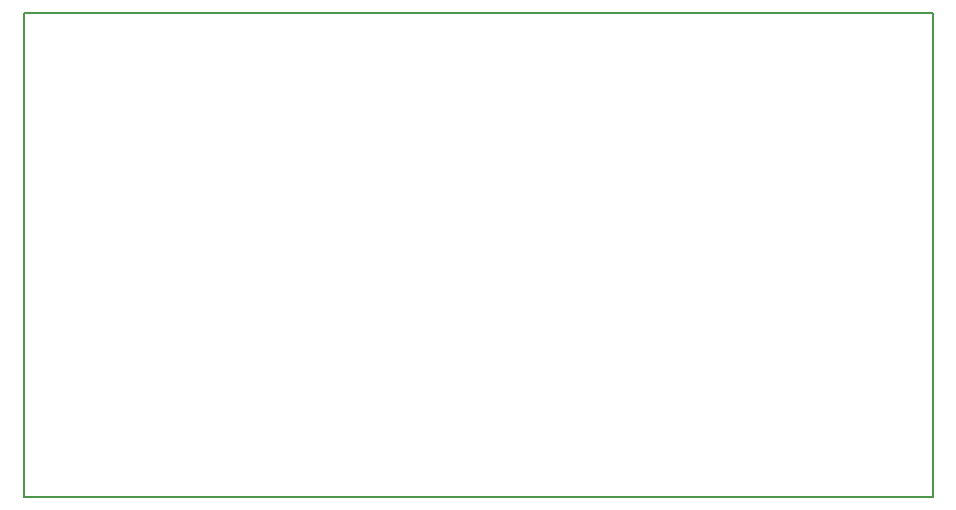
<source format=gbr>
G04 DipTrace 3.3.1.1*
G04 BoardOutline.gbr*
%MOIN*%
G04 #@! TF.FileFunction,Profile*
G04 #@! TF.Part,Single*
%ADD11C,0.005512*%
%FSLAX26Y26*%
G04*
G70*
G90*
G75*
G01*
G04 BoardOutline*
%LPD*%
X394016Y2008189D2*
D11*
X3425512D1*
Y394016D1*
X394016D1*
Y2008189D1*
M02*

</source>
